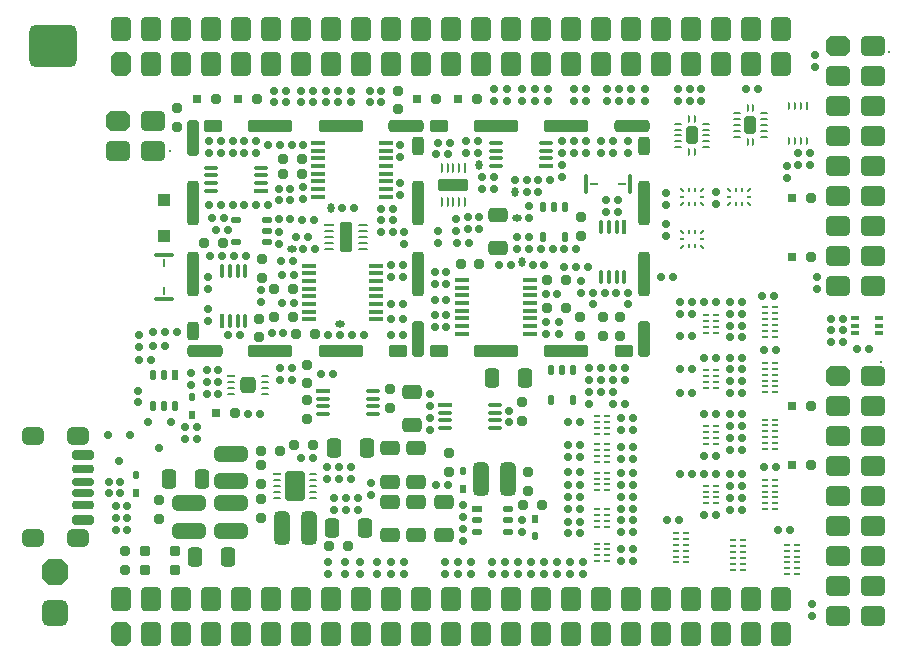
<source format=gbr>
%TF.GenerationSoftware,Altium Limited,Altium Designer,22.7.1 (60)*%
G04 Layer_Color=255*
%FSLAX45Y45*%
%MOMM*%
%TF.SameCoordinates,2D3331B9-BAF7-4184-A00F-DBC0A2210F31*%
%TF.FilePolarity,Positive*%
%TF.FileFunction,Pads,Top*%
%TF.Part,Single*%
G01*
G75*
%TA.AperFunction,SMDPad,CuDef*%
%ADD10R,0.58000X0.22000*%
G04:AMPARAMS|DCode=11|XSize=0.22mm|YSize=0.58mm|CornerRadius=0.055mm|HoleSize=0mm|Usage=FLASHONLY|Rotation=90.000|XOffset=0mm|YOffset=0mm|HoleType=Round|Shape=RoundedRectangle|*
%AMROUNDEDRECTD11*
21,1,0.22000,0.47000,0,0,90.0*
21,1,0.11000,0.58000,0,0,90.0*
1,1,0.11000,0.23500,0.05500*
1,1,0.11000,0.23500,-0.05500*
1,1,0.11000,-0.23500,-0.05500*
1,1,0.11000,-0.23500,0.05500*
%
%ADD11ROUNDEDRECTD11*%
G04:AMPARAMS|DCode=12|XSize=0.54mm|YSize=0.22mm|CornerRadius=0mm|HoleSize=0mm|Usage=FLASHONLY|Rotation=135.000|XOffset=0mm|YOffset=0mm|HoleType=Round|Shape=Round|*
%AMOVALD12*
21,1,0.32000,0.22000,0.00000,0.00000,135.0*
1,1,0.22000,0.11314,-0.11314*
1,1,0.22000,-0.11314,0.11314*
%
%ADD12OVALD12*%

%ADD13O,0.22000X0.45000*%
G04:AMPARAMS|DCode=14|XSize=0.54mm|YSize=0.22mm|CornerRadius=0mm|HoleSize=0mm|Usage=FLASHONLY|Rotation=45.000|XOffset=0mm|YOffset=0mm|HoleType=Round|Shape=Round|*
%AMOVALD14*
21,1,0.32000,0.22000,0.00000,0.00000,45.0*
1,1,0.22000,-0.11314,-0.11314*
1,1,0.22000,0.11314,0.11314*
%
%ADD14OVALD14*%

%ADD15O,0.45000X0.22000*%
G04:AMPARAMS|DCode=16|XSize=0.55mm|YSize=0.8mm|CornerRadius=0.1375mm|HoleSize=0mm|Usage=FLASHONLY|Rotation=0.000|XOffset=0mm|YOffset=0mm|HoleType=Round|Shape=RoundedRectangle|*
%AMROUNDEDRECTD16*
21,1,0.55000,0.52500,0,0,0.0*
21,1,0.27500,0.80000,0,0,0.0*
1,1,0.27500,0.13750,-0.26250*
1,1,0.27500,-0.13750,-0.26250*
1,1,0.27500,-0.13750,0.26250*
1,1,0.27500,0.13750,0.26250*
%
%ADD16ROUNDEDRECTD16*%
G04:AMPARAMS|DCode=17|XSize=0.23mm|YSize=0.67mm|CornerRadius=0.0575mm|HoleSize=0mm|Usage=FLASHONLY|Rotation=90.000|XOffset=0mm|YOffset=0mm|HoleType=Round|Shape=RoundedRectangle|*
%AMROUNDEDRECTD17*
21,1,0.23000,0.55500,0,0,90.0*
21,1,0.11500,0.67000,0,0,90.0*
1,1,0.11500,0.27750,0.05750*
1,1,0.11500,0.27750,-0.05750*
1,1,0.11500,-0.27750,-0.05750*
1,1,0.11500,-0.27750,0.05750*
%
%ADD17ROUNDEDRECTD17*%
G04:AMPARAMS|DCode=18|XSize=0.23mm|YSize=0.67mm|CornerRadius=0.0575mm|HoleSize=0mm|Usage=FLASHONLY|Rotation=0.000|XOffset=0mm|YOffset=0mm|HoleType=Round|Shape=RoundedRectangle|*
%AMROUNDEDRECTD18*
21,1,0.23000,0.55500,0,0,0.0*
21,1,0.11500,0.67000,0,0,0.0*
1,1,0.11500,0.05750,-0.27750*
1,1,0.11500,-0.05750,-0.27750*
1,1,0.11500,-0.05750,0.27750*
1,1,0.11500,0.05750,0.27750*
%
%ADD18ROUNDEDRECTD18*%
G04:AMPARAMS|DCode=19|XSize=1mm|YSize=1.5mm|CornerRadius=0.25mm|HoleSize=0mm|Usage=FLASHONLY|Rotation=0.000|XOffset=0mm|YOffset=0mm|HoleType=Round|Shape=RoundedRectangle|*
%AMROUNDEDRECTD19*
21,1,1.00000,1.00000,0,0,0.0*
21,1,0.50000,1.50000,0,0,0.0*
1,1,0.50000,0.25000,-0.50000*
1,1,0.50000,-0.25000,-0.50000*
1,1,0.50000,-0.25000,0.50000*
1,1,0.50000,0.25000,0.50000*
%
%ADD19ROUNDEDRECTD19*%
G04:AMPARAMS|DCode=20|XSize=0.23mm|YSize=0.7mm|CornerRadius=0.0575mm|HoleSize=0mm|Usage=FLASHONLY|Rotation=90.000|XOffset=0mm|YOffset=0mm|HoleType=Round|Shape=RoundedRectangle|*
%AMROUNDEDRECTD20*
21,1,0.23000,0.58500,0,0,90.0*
21,1,0.11500,0.70000,0,0,90.0*
1,1,0.11500,0.29250,0.05750*
1,1,0.11500,0.29250,-0.05750*
1,1,0.11500,-0.29250,-0.05750*
1,1,0.11500,-0.29250,0.05750*
%
%ADD20ROUNDEDRECTD20*%
G04:AMPARAMS|DCode=21|XSize=2.5mm|YSize=1.65mm|CornerRadius=0.165mm|HoleSize=0mm|Usage=FLASHONLY|Rotation=90.000|XOffset=0mm|YOffset=0mm|HoleType=Round|Shape=RoundedRectangle|*
%AMROUNDEDRECTD21*
21,1,2.50000,1.32000,0,0,90.0*
21,1,2.17000,1.65000,0,0,90.0*
1,1,0.33000,0.66000,1.08500*
1,1,0.33000,0.66000,-1.08500*
1,1,0.33000,-0.66000,-1.08500*
1,1,0.33000,-0.66000,1.08500*
%
%ADD21ROUNDEDRECTD21*%
%ADD22R,0.70000X0.23000*%
G04:AMPARAMS|DCode=23|XSize=0.35mm|YSize=1.15mm|CornerRadius=0.0875mm|HoleSize=0mm|Usage=FLASHONLY|Rotation=90.000|XOffset=0mm|YOffset=0mm|HoleType=Round|Shape=RoundedRectangle|*
%AMROUNDEDRECTD23*
21,1,0.35000,0.97500,0,0,90.0*
21,1,0.17500,1.15000,0,0,90.0*
1,1,0.17500,0.48750,0.08750*
1,1,0.17500,0.48750,-0.08750*
1,1,0.17500,-0.48750,-0.08750*
1,1,0.17500,-0.48750,0.08750*
%
%ADD23ROUNDEDRECTD23*%
%ADD24R,1.15000X0.35000*%
%ADD25R,0.90000X0.55000*%
G04:AMPARAMS|DCode=26|XSize=0.55mm|YSize=0.9mm|CornerRadius=0.1375mm|HoleSize=0mm|Usage=FLASHONLY|Rotation=90.000|XOffset=0mm|YOffset=0mm|HoleType=Round|Shape=RoundedRectangle|*
%AMROUNDEDRECTD26*
21,1,0.55000,0.62500,0,0,90.0*
21,1,0.27500,0.90000,0,0,90.0*
1,1,0.27500,0.31250,0.13750*
1,1,0.27500,0.31250,-0.13750*
1,1,0.27500,-0.31250,-0.13750*
1,1,0.27500,-0.31250,0.13750*
%
%ADD26ROUNDEDRECTD26*%
%ADD27R,0.55000X0.90000*%
G04:AMPARAMS|DCode=28|XSize=0.55mm|YSize=0.9mm|CornerRadius=0.1375mm|HoleSize=0mm|Usage=FLASHONLY|Rotation=0.000|XOffset=0mm|YOffset=0mm|HoleType=Round|Shape=RoundedRectangle|*
%AMROUNDEDRECTD28*
21,1,0.55000,0.62500,0,0,0.0*
21,1,0.27500,0.90000,0,0,0.0*
1,1,0.27500,0.13750,-0.31250*
1,1,0.27500,-0.13750,-0.31250*
1,1,0.27500,-0.13750,0.31250*
1,1,0.27500,0.13750,0.31250*
%
%ADD28ROUNDEDRECTD28*%
G04:AMPARAMS|DCode=29|XSize=1.4mm|YSize=1.3mm|CornerRadius=0.325mm|HoleSize=0mm|Usage=FLASHONLY|Rotation=90.000|XOffset=0mm|YOffset=0mm|HoleType=Round|Shape=RoundedRectangle|*
%AMROUNDEDRECTD29*
21,1,1.40000,0.65000,0,0,90.0*
21,1,0.75000,1.30000,0,0,90.0*
1,1,0.65000,0.32500,0.37500*
1,1,0.65000,0.32500,-0.37500*
1,1,0.65000,-0.32500,-0.37500*
1,1,0.65000,-0.32500,0.37500*
%
%ADD29ROUNDEDRECTD29*%
G04:AMPARAMS|DCode=30|XSize=0.33mm|YSize=0.7mm|CornerRadius=0.0825mm|HoleSize=0mm|Usage=FLASHONLY|Rotation=270.000|XOffset=0mm|YOffset=0mm|HoleType=Round|Shape=RoundedRectangle|*
%AMROUNDEDRECTD30*
21,1,0.33000,0.53500,0,0,270.0*
21,1,0.16500,0.70000,0,0,270.0*
1,1,0.16500,-0.26750,-0.08250*
1,1,0.16500,-0.26750,0.08250*
1,1,0.16500,0.26750,0.08250*
1,1,0.16500,0.26750,-0.08250*
%
%ADD30ROUNDEDRECTD30*%
%ADD31R,0.70000X0.33000*%
%ADD32R,0.25000X0.70000*%
G04:AMPARAMS|DCode=33|XSize=0.25mm|YSize=0.7mm|CornerRadius=0.0625mm|HoleSize=0mm|Usage=FLASHONLY|Rotation=0.000|XOffset=0mm|YOffset=0mm|HoleType=Round|Shape=RoundedRectangle|*
%AMROUNDEDRECTD33*
21,1,0.25000,0.57500,0,0,0.0*
21,1,0.12500,0.70000,0,0,0.0*
1,1,0.12500,0.06250,-0.28750*
1,1,0.12500,-0.06250,-0.28750*
1,1,0.12500,-0.06250,0.28750*
1,1,0.12500,0.06250,0.28750*
%
%ADD33ROUNDEDRECTD33*%
G04:AMPARAMS|DCode=34|XSize=0.55mm|YSize=0.8mm|CornerRadius=0.1375mm|HoleSize=0mm|Usage=FLASHONLY|Rotation=270.000|XOffset=0mm|YOffset=0mm|HoleType=Round|Shape=RoundedRectangle|*
%AMROUNDEDRECTD34*
21,1,0.55000,0.52500,0,0,270.0*
21,1,0.27500,0.80000,0,0,270.0*
1,1,0.27500,-0.26250,-0.13750*
1,1,0.27500,-0.26250,0.13750*
1,1,0.27500,0.26250,0.13750*
1,1,0.27500,0.26250,-0.13750*
%
%ADD34ROUNDEDRECTD34*%
G04:AMPARAMS|DCode=35|XSize=0.35mm|YSize=1.2mm|CornerRadius=0.0875mm|HoleSize=0mm|Usage=FLASHONLY|Rotation=90.000|XOffset=0mm|YOffset=0mm|HoleType=Round|Shape=RoundedRectangle|*
%AMROUNDEDRECTD35*
21,1,0.35000,1.02500,0,0,90.0*
21,1,0.17500,1.20000,0,0,90.0*
1,1,0.17500,0.51250,0.08750*
1,1,0.17500,0.51250,-0.08750*
1,1,0.17500,-0.51250,-0.08750*
1,1,0.17500,-0.51250,0.08750*
%
%ADD35ROUNDEDRECTD35*%
%ADD36R,1.20000X0.35000*%
%ADD37R,0.85000X0.23000*%
G04:AMPARAMS|DCode=38|XSize=0.23mm|YSize=0.85mm|CornerRadius=0.0575mm|HoleSize=0mm|Usage=FLASHONLY|Rotation=90.000|XOffset=0mm|YOffset=0mm|HoleType=Round|Shape=RoundedRectangle|*
%AMROUNDEDRECTD38*
21,1,0.23000,0.73500,0,0,90.0*
21,1,0.11500,0.85000,0,0,90.0*
1,1,0.11500,0.36750,0.05750*
1,1,0.11500,0.36750,-0.05750*
1,1,0.11500,-0.36750,-0.05750*
1,1,0.11500,-0.36750,0.05750*
%
%ADD38ROUNDEDRECTD38*%
G04:AMPARAMS|DCode=39|XSize=2.55mm|YSize=1.1mm|CornerRadius=0.275mm|HoleSize=0mm|Usage=FLASHONLY|Rotation=90.000|XOffset=0mm|YOffset=0mm|HoleType=Round|Shape=RoundedRectangle|*
%AMROUNDEDRECTD39*
21,1,2.55000,0.55000,0,0,90.0*
21,1,2.00000,1.10000,0,0,90.0*
1,1,0.55000,0.27500,1.00000*
1,1,0.55000,0.27500,-1.00000*
1,1,0.55000,-0.27500,-1.00000*
1,1,0.55000,-0.27500,1.00000*
%
%ADD39ROUNDEDRECTD39*%
G04:AMPARAMS|DCode=40|XSize=0.35mm|YSize=1.15mm|CornerRadius=0.0875mm|HoleSize=0mm|Usage=FLASHONLY|Rotation=180.000|XOffset=0mm|YOffset=0mm|HoleType=Round|Shape=RoundedRectangle|*
%AMROUNDEDRECTD40*
21,1,0.35000,0.97500,0,0,180.0*
21,1,0.17500,1.15000,0,0,180.0*
1,1,0.17500,-0.08750,0.48750*
1,1,0.17500,0.08750,0.48750*
1,1,0.17500,0.08750,-0.48750*
1,1,0.17500,-0.08750,-0.48750*
%
%ADD40ROUNDEDRECTD40*%
%ADD41R,0.35000X1.15000*%
%ADD42R,0.23000X0.85000*%
G04:AMPARAMS|DCode=43|XSize=0.23mm|YSize=0.85mm|CornerRadius=0.0575mm|HoleSize=0mm|Usage=FLASHONLY|Rotation=0.000|XOffset=0mm|YOffset=0mm|HoleType=Round|Shape=RoundedRectangle|*
%AMROUNDEDRECTD43*
21,1,0.23000,0.73500,0,0,0.0*
21,1,0.11500,0.85000,0,0,0.0*
1,1,0.11500,0.05750,-0.36750*
1,1,0.11500,-0.05750,-0.36750*
1,1,0.11500,-0.05750,0.36750*
1,1,0.11500,0.05750,0.36750*
%
%ADD43ROUNDEDRECTD43*%
G04:AMPARAMS|DCode=44|XSize=2.55mm|YSize=1.1mm|CornerRadius=0.275mm|HoleSize=0mm|Usage=FLASHONLY|Rotation=0.000|XOffset=0mm|YOffset=0mm|HoleType=Round|Shape=RoundedRectangle|*
%AMROUNDEDRECTD44*
21,1,2.55000,0.55000,0,0,0.0*
21,1,2.00000,1.10000,0,0,0.0*
1,1,0.55000,1.00000,-0.27500*
1,1,0.55000,-1.00000,-0.27500*
1,1,0.55000,-1.00000,0.27500*
1,1,0.55000,1.00000,0.27500*
%
%ADD44ROUNDEDRECTD44*%
%ADD45O,0.80000X0.60000*%
%ADD46O,0.60000X0.80000*%
G04:AMPARAMS|DCode=47|XSize=0.6mm|YSize=0.7mm|CornerRadius=0.15mm|HoleSize=0mm|Usage=FLASHONLY|Rotation=0.000|XOffset=0mm|YOffset=0mm|HoleType=Round|Shape=RoundedRectangle|*
%AMROUNDEDRECTD47*
21,1,0.60000,0.40000,0,0,0.0*
21,1,0.30000,0.70000,0,0,0.0*
1,1,0.30000,0.15000,-0.20000*
1,1,0.30000,-0.15000,-0.20000*
1,1,0.30000,-0.15000,0.20000*
1,1,0.30000,0.15000,0.20000*
%
%ADD47ROUNDEDRECTD47*%
G04:AMPARAMS|DCode=48|XSize=0.6mm|YSize=0.6mm|CornerRadius=0.15mm|HoleSize=0mm|Usage=FLASHONLY|Rotation=270.000|XOffset=0mm|YOffset=0mm|HoleType=Round|Shape=RoundedRectangle|*
%AMROUNDEDRECTD48*
21,1,0.60000,0.30000,0,0,270.0*
21,1,0.30000,0.60000,0,0,270.0*
1,1,0.30000,-0.15000,-0.15000*
1,1,0.30000,-0.15000,0.15000*
1,1,0.30000,0.15000,0.15000*
1,1,0.30000,0.15000,-0.15000*
%
%ADD48ROUNDEDRECTD48*%
G04:AMPARAMS|DCode=49|XSize=0.6mm|YSize=0.6mm|CornerRadius=0.15mm|HoleSize=0mm|Usage=FLASHONLY|Rotation=0.000|XOffset=0mm|YOffset=0mm|HoleType=Round|Shape=RoundedRectangle|*
%AMROUNDEDRECTD49*
21,1,0.60000,0.30000,0,0,0.0*
21,1,0.30000,0.60000,0,0,0.0*
1,1,0.30000,0.15000,-0.15000*
1,1,0.30000,-0.15000,-0.15000*
1,1,0.30000,-0.15000,0.15000*
1,1,0.30000,0.15000,0.15000*
%
%ADD49ROUNDEDRECTD49*%
%ADD50R,0.24000X0.70000*%
%ADD51O,1.70000X0.30000*%
%ADD52R,0.70000X0.24000*%
%ADD53O,0.30000X1.70000*%
G04:AMPARAMS|DCode=54|XSize=1.8mm|YSize=0.63mm|CornerRadius=0.1575mm|HoleSize=0mm|Usage=FLASHONLY|Rotation=180.000|XOffset=0mm|YOffset=0mm|HoleType=Round|Shape=RoundedRectangle|*
%AMROUNDEDRECTD54*
21,1,1.80000,0.31500,0,0,180.0*
21,1,1.48500,0.63000,0,0,180.0*
1,1,0.31500,-0.74250,0.15750*
1,1,0.31500,0.74250,0.15750*
1,1,0.31500,0.74250,-0.15750*
1,1,0.31500,-0.74250,-0.15750*
%
%ADD54ROUNDEDRECTD54*%
G04:AMPARAMS|DCode=55|XSize=1.8mm|YSize=0.72mm|CornerRadius=0.18mm|HoleSize=0mm|Usage=FLASHONLY|Rotation=180.000|XOffset=0mm|YOffset=0mm|HoleType=Round|Shape=RoundedRectangle|*
%AMROUNDEDRECTD55*
21,1,1.80000,0.36000,0,0,180.0*
21,1,1.44000,0.72000,0,0,180.0*
1,1,0.36000,-0.72000,0.18000*
1,1,0.36000,0.72000,0.18000*
1,1,0.36000,0.72000,-0.18000*
1,1,0.36000,-0.72000,-0.18000*
%
%ADD55ROUNDEDRECTD55*%
G04:AMPARAMS|DCode=56|XSize=1.8mm|YSize=0.8mm|CornerRadius=0.2mm|HoleSize=0mm|Usage=FLASHONLY|Rotation=180.000|XOffset=0mm|YOffset=0mm|HoleType=Round|Shape=RoundedRectangle|*
%AMROUNDEDRECTD56*
21,1,1.80000,0.40000,0,0,180.0*
21,1,1.40000,0.80000,0,0,180.0*
1,1,0.40000,-0.70000,0.20000*
1,1,0.40000,0.70000,0.20000*
1,1,0.40000,0.70000,-0.20000*
1,1,0.40000,-0.70000,-0.20000*
%
%ADD56ROUNDEDRECTD56*%
%TA.AperFunction,SMDPad,SMDef*%
%ADD57C,0.30000*%
%TA.AperFunction,SMDPad,CuDef*%
G04:AMPARAMS|DCode=58|XSize=3mm|YSize=1mm|CornerRadius=0.25mm|HoleSize=0mm|Usage=FLASHONLY|Rotation=90.000|XOffset=0mm|YOffset=0mm|HoleType=Round|Shape=RoundedRectangle|*
%AMROUNDEDRECTD58*
21,1,3.00000,0.50000,0,0,90.0*
21,1,2.50000,1.00000,0,0,90.0*
1,1,0.50000,0.25000,1.25000*
1,1,0.50000,0.25000,-1.25000*
1,1,0.50000,-0.25000,-1.25000*
1,1,0.50000,-0.25000,1.25000*
%
%ADD58ROUNDEDRECTD58*%
%TA.AperFunction,SMDPad,SMDef*%
G04:AMPARAMS|DCode=59|XSize=3.8mm|YSize=1mm|CornerRadius=0.25mm|HoleSize=0mm|Usage=FLASHONLY|Rotation=90.000|XOffset=0mm|YOffset=0mm|HoleType=Round|Shape=RoundedRectangle|*
%AMROUNDEDRECTD59*
21,1,3.80000,0.50000,0,0,90.0*
21,1,3.30000,1.00000,0,0,90.0*
1,1,0.50000,0.25000,1.65000*
1,1,0.50000,0.25000,-1.65000*
1,1,0.50000,-0.25000,-1.65000*
1,1,0.50000,-0.25000,1.65000*
%
%ADD59ROUNDEDRECTD59*%
%TA.AperFunction,SMDPad,CuDef*%
G04:AMPARAMS|DCode=60|XSize=1.6mm|YSize=1mm|CornerRadius=0.25mm|HoleSize=0mm|Usage=FLASHONLY|Rotation=180.000|XOffset=0mm|YOffset=0mm|HoleType=Round|Shape=RoundedRectangle|*
%AMROUNDEDRECTD60*
21,1,1.60000,0.50000,0,0,180.0*
21,1,1.10000,1.00000,0,0,180.0*
1,1,0.50000,-0.55000,0.25000*
1,1,0.50000,0.55000,0.25000*
1,1,0.50000,0.55000,-0.25000*
1,1,0.50000,-0.55000,-0.25000*
%
%ADD60ROUNDEDRECTD60*%
G04:AMPARAMS|DCode=61|XSize=3mm|YSize=1mm|CornerRadius=0.25mm|HoleSize=0mm|Usage=FLASHONLY|Rotation=0.000|XOffset=0mm|YOffset=0mm|HoleType=Round|Shape=RoundedRectangle|*
%AMROUNDEDRECTD61*
21,1,3.00000,0.50000,0,0,0.0*
21,1,2.50000,1.00000,0,0,0.0*
1,1,0.50000,1.25000,-0.25000*
1,1,0.50000,-1.25000,-0.25000*
1,1,0.50000,-1.25000,0.25000*
1,1,0.50000,1.25000,0.25000*
%
%ADD61ROUNDEDRECTD61*%
%TA.AperFunction,SMDPad,SMDef*%
G04:AMPARAMS|DCode=62|XSize=3.8mm|YSize=1mm|CornerRadius=0.25mm|HoleSize=0mm|Usage=FLASHONLY|Rotation=0.000|XOffset=0mm|YOffset=0mm|HoleType=Round|Shape=RoundedRectangle|*
%AMROUNDEDRECTD62*
21,1,3.80000,0.50000,0,0,0.0*
21,1,3.30000,1.00000,0,0,0.0*
1,1,0.50000,1.65000,-0.25000*
1,1,0.50000,-1.65000,-0.25000*
1,1,0.50000,-1.65000,0.25000*
1,1,0.50000,1.65000,0.25000*
%
%ADD62ROUNDEDRECTD62*%
%TA.AperFunction,SMDPad,CuDef*%
G04:AMPARAMS|DCode=63|XSize=1.6mm|YSize=1mm|CornerRadius=0.25mm|HoleSize=0mm|Usage=FLASHONLY|Rotation=90.000|XOffset=0mm|YOffset=0mm|HoleType=Round|Shape=RoundedRectangle|*
%AMROUNDEDRECTD63*
21,1,1.60000,0.50000,0,0,90.0*
21,1,1.10000,1.00000,0,0,90.0*
1,1,0.50000,0.25000,0.55000*
1,1,0.50000,0.25000,-0.55000*
1,1,0.50000,-0.25000,-0.55000*
1,1,0.50000,-0.25000,0.55000*
%
%ADD63ROUNDEDRECTD63*%
G04:AMPARAMS|DCode=64|XSize=2.8mm|YSize=1.3mm|CornerRadius=0.325mm|HoleSize=0mm|Usage=FLASHONLY|Rotation=90.000|XOffset=0mm|YOffset=0mm|HoleType=Round|Shape=RoundedRectangle|*
%AMROUNDEDRECTD64*
21,1,2.80000,0.65000,0,0,90.0*
21,1,2.15000,1.30000,0,0,90.0*
1,1,0.65000,0.32500,1.07500*
1,1,0.65000,0.32500,-1.07500*
1,1,0.65000,-0.32500,-1.07500*
1,1,0.65000,-0.32500,1.07500*
%
%ADD64ROUNDEDRECTD64*%
G04:AMPARAMS|DCode=65|XSize=2.8mm|YSize=1.3mm|CornerRadius=0.325mm|HoleSize=0mm|Usage=FLASHONLY|Rotation=0.000|XOffset=0mm|YOffset=0mm|HoleType=Round|Shape=RoundedRectangle|*
%AMROUNDEDRECTD65*
21,1,2.80000,0.65000,0,0,0.0*
21,1,2.15000,1.30000,0,0,0.0*
1,1,0.65000,1.07500,-0.32500*
1,1,0.65000,-1.07500,-0.32500*
1,1,0.65000,-1.07500,0.32500*
1,1,0.65000,1.07500,0.32500*
%
%ADD65ROUNDEDRECTD65*%
G04:AMPARAMS|DCode=66|XSize=0.9mm|YSize=0.8mm|CornerRadius=0.2mm|HoleSize=0mm|Usage=FLASHONLY|Rotation=0.000|XOffset=0mm|YOffset=0mm|HoleType=Round|Shape=RoundedRectangle|*
%AMROUNDEDRECTD66*
21,1,0.90000,0.40000,0,0,0.0*
21,1,0.50000,0.80000,0,0,0.0*
1,1,0.40000,0.25000,-0.20000*
1,1,0.40000,-0.25000,-0.20000*
1,1,0.40000,-0.25000,0.20000*
1,1,0.40000,0.25000,0.20000*
%
%ADD66ROUNDEDRECTD66*%
G04:AMPARAMS|DCode=67|XSize=0.8mm|YSize=0.8mm|CornerRadius=0.2mm|HoleSize=0mm|Usage=FLASHONLY|Rotation=90.000|XOffset=0mm|YOffset=0mm|HoleType=Round|Shape=RoundedRectangle|*
%AMROUNDEDRECTD67*
21,1,0.80000,0.40000,0,0,90.0*
21,1,0.40000,0.80000,0,0,90.0*
1,1,0.40000,0.20000,0.20000*
1,1,0.40000,0.20000,-0.20000*
1,1,0.40000,-0.20000,-0.20000*
1,1,0.40000,-0.20000,0.20000*
%
%ADD67ROUNDEDRECTD67*%
%ADD68R,0.80000X0.80000*%
G04:AMPARAMS|DCode=69|XSize=0.5mm|YSize=0.7mm|CornerRadius=0.125mm|HoleSize=0mm|Usage=FLASHONLY|Rotation=180.000|XOffset=0mm|YOffset=0mm|HoleType=Round|Shape=RoundedRectangle|*
%AMROUNDEDRECTD69*
21,1,0.50000,0.45000,0,0,180.0*
21,1,0.25000,0.70000,0,0,180.0*
1,1,0.25000,-0.12500,0.22500*
1,1,0.25000,0.12500,0.22500*
1,1,0.25000,0.12500,-0.22500*
1,1,0.25000,-0.12500,-0.22500*
%
%ADD69ROUNDEDRECTD69*%
%ADD70R,0.50000X0.70000*%
G04:AMPARAMS|DCode=71|XSize=1.1mm|YSize=1.1mm|CornerRadius=0.275mm|HoleSize=0mm|Usage=FLASHONLY|Rotation=180.000|XOffset=0mm|YOffset=0mm|HoleType=Round|Shape=RoundedRectangle|*
%AMROUNDEDRECTD71*
21,1,1.10000,0.55000,0,0,180.0*
21,1,0.55000,1.10000,0,0,180.0*
1,1,0.55000,-0.27500,0.27500*
1,1,0.55000,0.27500,0.27500*
1,1,0.55000,0.27500,-0.27500*
1,1,0.55000,-0.27500,-0.27500*
%
%ADD71ROUNDEDRECTD71*%
%ADD72R,1.10000X1.10000*%
G04:AMPARAMS|DCode=73|XSize=0.8mm|YSize=0.8mm|CornerRadius=0.2mm|HoleSize=0mm|Usage=FLASHONLY|Rotation=180.000|XOffset=0mm|YOffset=0mm|HoleType=Round|Shape=RoundedRectangle|*
%AMROUNDEDRECTD73*
21,1,0.80000,0.40000,0,0,180.0*
21,1,0.40000,0.80000,0,0,180.0*
1,1,0.40000,-0.20000,0.20000*
1,1,0.40000,0.20000,0.20000*
1,1,0.40000,0.20000,-0.20000*
1,1,0.40000,-0.20000,-0.20000*
%
%ADD73ROUNDEDRECTD73*%
G04:AMPARAMS|DCode=74|XSize=1.65mm|YSize=1.25mm|CornerRadius=0.3125mm|HoleSize=0mm|Usage=FLASHONLY|Rotation=0.000|XOffset=0mm|YOffset=0mm|HoleType=Round|Shape=RoundedRectangle|*
%AMROUNDEDRECTD74*
21,1,1.65000,0.62500,0,0,0.0*
21,1,1.02500,1.25000,0,0,0.0*
1,1,0.62500,0.51250,-0.31250*
1,1,0.62500,-0.51250,-0.31250*
1,1,0.62500,-0.51250,0.31250*
1,1,0.62500,0.51250,0.31250*
%
%ADD74ROUNDEDRECTD74*%
G04:AMPARAMS|DCode=75|XSize=1.65mm|YSize=1.25mm|CornerRadius=0.3125mm|HoleSize=0mm|Usage=FLASHONLY|Rotation=270.000|XOffset=0mm|YOffset=0mm|HoleType=Round|Shape=RoundedRectangle|*
%AMROUNDEDRECTD75*
21,1,1.65000,0.62500,0,0,270.0*
21,1,1.02500,1.25000,0,0,270.0*
1,1,0.62500,-0.31250,-0.51250*
1,1,0.62500,-0.31250,0.51250*
1,1,0.62500,0.31250,0.51250*
1,1,0.62500,0.31250,-0.51250*
%
%ADD75ROUNDEDRECTD75*%
%TA.AperFunction,ComponentPad*%
G04:AMPARAMS|DCode=95|XSize=1.7mm|YSize=2.1mm|CornerRadius=0mm|HoleSize=0mm|Usage=FLASHONLY|Rotation=270.000|XOffset=0mm|YOffset=0mm|HoleType=Round|Shape=Octagon|*
%AMOCTAGOND95*
4,1,8,1.05000,0.42500,1.05000,-0.42500,0.62500,-0.85000,-0.62500,-0.85000,-1.05000,-0.42500,-1.05000,0.42500,-0.62500,0.85000,0.62500,0.85000,1.05000,0.42500,0.0*
%
%ADD95OCTAGOND95*%

G04:AMPARAMS|DCode=96|XSize=1.7mm|YSize=2.1mm|CornerRadius=0.425mm|HoleSize=0mm|Usage=FLASHONLY|Rotation=270.000|XOffset=0mm|YOffset=0mm|HoleType=Round|Shape=RoundedRectangle|*
%AMROUNDEDRECTD96*
21,1,1.70000,1.25001,0,0,270.0*
21,1,0.85000,2.10000,0,0,270.0*
1,1,0.85000,-0.62500,-0.42500*
1,1,0.85000,-0.62500,0.42500*
1,1,0.85000,0.62500,0.42500*
1,1,0.85000,0.62500,-0.42500*
%
%ADD96ROUNDEDRECTD96*%
G04:AMPARAMS|DCode=97|XSize=1.7mm|YSize=2.1mm|CornerRadius=0mm|HoleSize=0mm|Usage=FLASHONLY|Rotation=0.000|XOffset=0mm|YOffset=0mm|HoleType=Round|Shape=Octagon|*
%AMOCTAGOND97*
4,1,8,-0.42500,1.05000,0.42500,1.05000,0.85000,0.62500,0.85000,-0.62500,0.42500,-1.05000,-0.42500,-1.05000,-0.85000,-0.62500,-0.85000,0.62500,-0.42500,1.05000,0.0*
%
%ADD97OCTAGOND97*%

G04:AMPARAMS|DCode=98|XSize=1.7mm|YSize=2.1mm|CornerRadius=0.425mm|HoleSize=0mm|Usage=FLASHONLY|Rotation=0.000|XOffset=0mm|YOffset=0mm|HoleType=Round|Shape=RoundedRectangle|*
%AMROUNDEDRECTD98*
21,1,1.70000,1.25001,0,0,0.0*
21,1,0.85000,2.10000,0,0,0.0*
1,1,0.85000,0.42500,-0.62500*
1,1,0.85000,-0.42500,-0.62500*
1,1,0.85000,-0.42500,0.62500*
1,1,0.85000,0.42500,0.62500*
%
%ADD98ROUNDEDRECTD98*%
G04:AMPARAMS|DCode=99|XSize=1.8mm|YSize=1.45mm|CornerRadius=0.3625mm|HoleSize=0mm|Usage=FLASHONLY|Rotation=180.000|XOffset=0mm|YOffset=0mm|HoleType=Round|Shape=RoundedRectangle|*
%AMROUNDEDRECTD99*
21,1,1.80000,0.72500,0,0,180.0*
21,1,1.07500,1.45000,0,0,180.0*
1,1,0.72500,-0.53750,0.36250*
1,1,0.72500,0.53750,0.36250*
1,1,0.72500,0.53750,-0.36250*
1,1,0.72500,-0.53750,-0.36250*
%
%ADD99ROUNDEDRECTD99*%
G04:AMPARAMS|DCode=100|XSize=4mm|YSize=3.6mm|CornerRadius=0.54mm|HoleSize=0mm|Usage=FLASHONLY|Rotation=0.000|XOffset=0mm|YOffset=0mm|HoleType=Round|Shape=RoundedRectangle|*
%AMROUNDEDRECTD100*
21,1,4.00000,2.52000,0,0,0.0*
21,1,2.92000,3.60000,0,0,0.0*
1,1,1.08000,1.46000,-1.26000*
1,1,1.08000,-1.46000,-1.26000*
1,1,1.08000,-1.46000,1.26000*
1,1,1.08000,1.46000,1.26000*
%
%ADD100ROUNDEDRECTD100*%
G04:AMPARAMS|DCode=101|XSize=2.2mm|YSize=2.2mm|CornerRadius=0mm|HoleSize=0mm|Usage=FLASHONLY|Rotation=270.000|XOffset=0mm|YOffset=0mm|HoleType=Round|Shape=Octagon|*
%AMOCTAGOND101*
4,1,8,-0.55000,-1.10000,0.55000,-1.10000,1.10000,-0.55000,1.10000,0.55000,0.55000,1.10000,-0.55000,1.10000,-1.10000,0.55000,-1.10000,-0.55000,-0.55000,-1.10000,0.0*
%
%ADD101OCTAGOND101*%

G04:AMPARAMS|DCode=102|XSize=2.2mm|YSize=2.2mm|CornerRadius=0.55mm|HoleSize=0mm|Usage=FLASHONLY|Rotation=270.000|XOffset=0mm|YOffset=0mm|HoleType=Round|Shape=RoundedRectangle|*
%AMROUNDEDRECTD102*
21,1,2.20000,1.10000,0,0,270.0*
21,1,1.10000,2.20000,0,0,270.0*
1,1,1.10000,-0.55000,-0.55000*
1,1,1.10000,-0.55000,0.55000*
1,1,1.10000,0.55000,0.55000*
1,1,1.10000,0.55000,-0.55000*
%
%ADD102ROUNDEDRECTD102*%
D10*
X6067000Y935000D02*
D03*
X6987000Y1425000D02*
D03*
Y2405000D02*
D03*
X6067000Y1775000D02*
D03*
Y2015000D02*
D03*
Y1225000D02*
D03*
Y1535000D02*
D03*
X6987000Y1930000D02*
D03*
Y2869975D02*
D03*
X7677000Y925000D02*
D03*
X7487000Y1985000D02*
D03*
X7217000Y965000D02*
D03*
X7487000Y2465000D02*
D03*
X6737000Y1025000D02*
D03*
X7487000Y2935000D02*
D03*
X7487000Y1475000D02*
D03*
D11*
X6067000Y885000D02*
D03*
Y835000D02*
D03*
Y785000D02*
D03*
X6153000Y935000D02*
D03*
Y885000D02*
D03*
Y835000D02*
D03*
Y785000D02*
D03*
X6987000Y1375000D02*
D03*
Y1325000D02*
D03*
Y1275000D02*
D03*
X7073000Y1425000D02*
D03*
Y1375000D02*
D03*
Y1325000D02*
D03*
Y1275000D02*
D03*
X6987000Y2355000D02*
D03*
Y2305000D02*
D03*
Y2255000D02*
D03*
X7073000Y2405000D02*
D03*
Y2355000D02*
D03*
Y2305000D02*
D03*
Y2255000D02*
D03*
X6067000Y1725000D02*
D03*
Y1675000D02*
D03*
Y1625000D02*
D03*
X6153000Y1775000D02*
D03*
Y1725000D02*
D03*
Y1675000D02*
D03*
Y1625000D02*
D03*
X6067000Y1965000D02*
D03*
Y1915000D02*
D03*
Y1865000D02*
D03*
X6153000Y2015000D02*
D03*
Y1965000D02*
D03*
Y1915000D02*
D03*
Y1865000D02*
D03*
X6067000Y1175000D02*
D03*
Y1125000D02*
D03*
Y1075000D02*
D03*
X6153000Y1225000D02*
D03*
Y1175000D02*
D03*
Y1125000D02*
D03*
Y1075000D02*
D03*
X6067000Y1485000D02*
D03*
Y1435000D02*
D03*
Y1385000D02*
D03*
X6153000Y1535000D02*
D03*
Y1485000D02*
D03*
Y1435000D02*
D03*
Y1385000D02*
D03*
X6987000Y1880000D02*
D03*
Y1830000D02*
D03*
Y1780000D02*
D03*
X7073000Y1930000D02*
D03*
Y1880000D02*
D03*
Y1830000D02*
D03*
Y1780000D02*
D03*
X6987000Y2819975D02*
D03*
Y2769975D02*
D03*
Y2719975D02*
D03*
X7073000Y2869975D02*
D03*
Y2819975D02*
D03*
Y2769975D02*
D03*
Y2719975D02*
D03*
X7677000Y875000D02*
D03*
Y825000D02*
D03*
Y775000D02*
D03*
Y725000D02*
D03*
Y675000D02*
D03*
X7763000Y925000D02*
D03*
Y875000D02*
D03*
Y825000D02*
D03*
Y775000D02*
D03*
Y725000D02*
D03*
Y675000D02*
D03*
X7487000Y1935000D02*
D03*
Y1885000D02*
D03*
Y1835000D02*
D03*
Y1785000D02*
D03*
Y1735000D02*
D03*
X7573000Y1985000D02*
D03*
Y1935000D02*
D03*
Y1885000D02*
D03*
Y1835000D02*
D03*
Y1785000D02*
D03*
Y1735000D02*
D03*
X7217000Y915000D02*
D03*
Y865000D02*
D03*
Y815000D02*
D03*
Y765000D02*
D03*
Y715000D02*
D03*
X7303000Y965000D02*
D03*
Y915000D02*
D03*
Y865000D02*
D03*
Y815000D02*
D03*
Y765000D02*
D03*
Y715000D02*
D03*
X7487000Y2415000D02*
D03*
Y2365000D02*
D03*
Y2315000D02*
D03*
Y2265000D02*
D03*
Y2215000D02*
D03*
X7573000Y2465000D02*
D03*
Y2415000D02*
D03*
Y2365000D02*
D03*
Y2315000D02*
D03*
Y2265000D02*
D03*
Y2215000D02*
D03*
X6737000Y975000D02*
D03*
Y925000D02*
D03*
Y875000D02*
D03*
Y825000D02*
D03*
Y775000D02*
D03*
X6823000Y1025000D02*
D03*
Y975000D02*
D03*
Y925000D02*
D03*
Y875000D02*
D03*
Y825000D02*
D03*
Y775000D02*
D03*
X7487000Y2885000D02*
D03*
Y2835000D02*
D03*
Y2785000D02*
D03*
Y2735000D02*
D03*
Y2685000D02*
D03*
X7573000Y2935000D02*
D03*
Y2885000D02*
D03*
Y2835000D02*
D03*
Y2785000D02*
D03*
Y2735000D02*
D03*
Y2685000D02*
D03*
X7487000Y1425000D02*
D03*
Y1375000D02*
D03*
Y1325000D02*
D03*
Y1275000D02*
D03*
Y1225000D02*
D03*
X7573000Y1475000D02*
D03*
Y1425000D02*
D03*
Y1375000D02*
D03*
Y1325000D02*
D03*
Y1275000D02*
D03*
Y1225000D02*
D03*
D12*
X6784747Y3930254D02*
D03*
X6955253Y3809747D02*
D03*
X7184747Y3930253D02*
D03*
X7355253Y3809747D02*
D03*
X6784747Y3570253D02*
D03*
X6955253Y3449747D02*
D03*
D13*
X6845000Y3930001D02*
D03*
X6895000D02*
D03*
X6845000Y3810001D02*
D03*
X6895000D02*
D03*
X7245000Y3930000D02*
D03*
X7295000D02*
D03*
X7245000Y3810000D02*
D03*
X7295000D02*
D03*
X6845000Y3570000D02*
D03*
X6895000D02*
D03*
X6845000Y3450000D02*
D03*
X6895000D02*
D03*
D14*
X6955253Y3930254D02*
D03*
X6784747Y3809747D02*
D03*
X7355253Y3930253D02*
D03*
X7184747Y3809747D02*
D03*
X6955253Y3570253D02*
D03*
X6784747Y3449747D02*
D03*
D15*
X6785000Y3870000D02*
D03*
X6955000D02*
D03*
X7185000Y3870000D02*
D03*
X7355000D02*
D03*
X6785000Y3510000D02*
D03*
X6955000D02*
D03*
D16*
X5795000Y3787500D02*
D03*
X5700000D02*
D03*
X5605000D02*
D03*
Y3532500D02*
D03*
X5795000D02*
D03*
X5865000Y2407500D02*
D03*
X5770000D02*
D03*
X5675000D02*
D03*
Y2152500D02*
D03*
X5865000D02*
D03*
D17*
X6752000Y4490000D02*
D03*
Y4290000D02*
D03*
Y4440000D02*
D03*
Y4390000D02*
D03*
Y4340000D02*
D03*
X6988000Y4290000D02*
D03*
Y4340000D02*
D03*
Y4390000D02*
D03*
Y4440000D02*
D03*
Y4490000D02*
D03*
X7246998Y4580001D02*
D03*
Y4380001D02*
D03*
Y4530001D02*
D03*
Y4480001D02*
D03*
Y4430001D02*
D03*
X7482998Y4380001D02*
D03*
Y4430001D02*
D03*
Y4480001D02*
D03*
Y4530001D02*
D03*
Y4580001D02*
D03*
D18*
X6845000Y4247000D02*
D03*
X6895000D02*
D03*
Y4533000D02*
D03*
X6845000D02*
D03*
X7339998Y4337001D02*
D03*
X7389998D02*
D03*
Y4623001D02*
D03*
X7339998D02*
D03*
D19*
X6870000Y4390000D02*
D03*
X7364998Y4480001D02*
D03*
D20*
X3665000Y1320000D02*
D03*
Y1370000D02*
D03*
Y1420000D02*
D03*
Y1470000D02*
D03*
Y1520000D02*
D03*
X3355000Y1320000D02*
D03*
Y1370000D02*
D03*
Y1420000D02*
D03*
Y1470000D02*
D03*
X3254999Y2205000D02*
D03*
Y2255000D02*
D03*
Y2305000D02*
D03*
Y2355000D02*
D03*
X2964999Y2205000D02*
D03*
Y2255000D02*
D03*
Y2305000D02*
D03*
D21*
X3510000Y1420000D02*
D03*
D22*
X3355000Y1520000D02*
D03*
X2964999Y2355000D02*
D03*
D23*
X4172500Y2032500D02*
D03*
Y2097500D02*
D03*
Y2162500D02*
D03*
Y2227500D02*
D03*
X3747500Y2032500D02*
D03*
Y2097500D02*
D03*
Y2162500D02*
D03*
X5202500Y1912500D02*
D03*
Y1977500D02*
D03*
Y2042500D02*
D03*
Y2107500D02*
D03*
X4777500Y1912500D02*
D03*
Y1977500D02*
D03*
Y2042500D02*
D03*
X2797500Y4117500D02*
D03*
Y4052500D02*
D03*
Y3987500D02*
D03*
Y3922500D02*
D03*
X3222500Y4117500D02*
D03*
Y4052500D02*
D03*
Y3987500D02*
D03*
X5207500Y4327500D02*
D03*
Y4262500D02*
D03*
Y4197500D02*
D03*
Y4132500D02*
D03*
X5632500Y4327500D02*
D03*
Y4262500D02*
D03*
Y4197500D02*
D03*
D24*
X3747500Y2227500D02*
D03*
X4777500Y2107500D02*
D03*
X3222500Y3922500D02*
D03*
X5632500Y4132500D02*
D03*
D25*
X5050000Y1225000D02*
D03*
D26*
Y1130000D02*
D03*
Y1035000D02*
D03*
X5310000D02*
D03*
Y1130000D02*
D03*
Y1225000D02*
D03*
D27*
X2495000Y2360000D02*
D03*
D28*
X2400000D02*
D03*
X2305000D02*
D03*
Y2100000D02*
D03*
X2400000D02*
D03*
X2495000D02*
D03*
D29*
X3109999Y2280000D02*
D03*
D30*
X8250265Y2714551D02*
D03*
Y2779551D02*
D03*
Y2844551D02*
D03*
X8450266D02*
D03*
Y2779551D02*
D03*
D31*
Y2714551D02*
D03*
D32*
X7839999Y4640000D02*
D03*
D33*
X7789999D02*
D03*
X7739999D02*
D03*
X7689999D02*
D03*
X7839999Y4340000D02*
D03*
X7789999D02*
D03*
X7739999D02*
D03*
X7689999D02*
D03*
D34*
X3267500Y3485000D02*
D03*
Y3580000D02*
D03*
Y3675000D02*
D03*
X3012500D02*
D03*
Y3485000D02*
D03*
D35*
X4195000Y2832500D02*
D03*
Y2897500D02*
D03*
Y2962500D02*
D03*
Y3027500D02*
D03*
Y3092500D02*
D03*
Y3157500D02*
D03*
Y3222500D02*
D03*
Y3287500D02*
D03*
X3625000Y2832500D02*
D03*
Y2897500D02*
D03*
Y2962500D02*
D03*
Y3027500D02*
D03*
Y3092500D02*
D03*
Y3157500D02*
D03*
Y3222500D02*
D03*
X4275000Y3872500D02*
D03*
Y3937500D02*
D03*
Y4002500D02*
D03*
Y4067500D02*
D03*
Y4132500D02*
D03*
Y4197500D02*
D03*
Y4262500D02*
D03*
Y4327500D02*
D03*
X3705000Y3872500D02*
D03*
Y3937500D02*
D03*
Y4002500D02*
D03*
Y4067500D02*
D03*
Y4132500D02*
D03*
Y4197500D02*
D03*
Y4262500D02*
D03*
X4925000Y3167500D02*
D03*
Y3102500D02*
D03*
Y3037500D02*
D03*
Y2972500D02*
D03*
Y2907500D02*
D03*
Y2842500D02*
D03*
Y2777500D02*
D03*
Y2712500D02*
D03*
X5495000Y3167500D02*
D03*
Y3102500D02*
D03*
Y3037500D02*
D03*
Y2972500D02*
D03*
Y2907500D02*
D03*
Y2842500D02*
D03*
Y2777500D02*
D03*
D36*
X3625000Y3287500D02*
D03*
X3705000Y4327500D02*
D03*
X5495000Y2712500D02*
D03*
D37*
X3795000Y3630000D02*
D03*
D38*
Y3580000D02*
D03*
Y3530000D02*
D03*
Y3480000D02*
D03*
Y3430000D02*
D03*
X4085000Y3630000D02*
D03*
Y3580000D02*
D03*
Y3530000D02*
D03*
Y3480000D02*
D03*
Y3430000D02*
D03*
D39*
X3940000Y3530000D02*
D03*
D40*
X3087500Y3242500D02*
D03*
X3022500D02*
D03*
X2957500D02*
D03*
X2892500D02*
D03*
X3087500Y2817500D02*
D03*
X3022500D02*
D03*
X2957500D02*
D03*
X6102500Y3187500D02*
D03*
X6167500D02*
D03*
X6232500D02*
D03*
X6297500D02*
D03*
X6102500Y3612500D02*
D03*
X6167500D02*
D03*
X6232500D02*
D03*
D41*
X2892500Y2817500D02*
D03*
X6297500Y3612500D02*
D03*
D42*
X4950000Y4115000D02*
D03*
D43*
X4900000D02*
D03*
X4850000D02*
D03*
X4800000D02*
D03*
X4750000D02*
D03*
X4950000Y3825000D02*
D03*
X4900000D02*
D03*
X4850000D02*
D03*
X4800000D02*
D03*
X4750000D02*
D03*
D44*
X4850000Y3970000D02*
D03*
D45*
X3480000Y3430000D02*
D03*
X3890000Y2790000D02*
D03*
X5390000Y3690000D02*
D03*
D46*
X3810000Y3780000D02*
D03*
X5430000Y3320000D02*
D03*
X5070000Y4140000D02*
D03*
X5370000Y3910000D02*
D03*
D47*
X2020000Y1630000D02*
D03*
X1925000Y1850000D02*
D03*
X2115000D02*
D03*
X2360000Y1740000D02*
D03*
X2265000Y1960000D02*
D03*
X2455000D02*
D03*
D48*
X2310000Y2730000D02*
D03*
X2410000D02*
D03*
X2510000D02*
D03*
X5790000Y3280000D02*
D03*
X5890000D02*
D03*
X5990000D02*
D03*
X6200000Y4240000D02*
D03*
X6100000D02*
D03*
X6370000Y1650000D02*
D03*
X6270000D02*
D03*
X6370000Y1430000D02*
D03*
X6270000D02*
D03*
X6370000Y1900000D02*
D03*
X6270000D02*
D03*
X8150000Y2640000D02*
D03*
X8050000D02*
D03*
X8150000Y2740000D02*
D03*
X8050000D02*
D03*
X3780000Y1580000D02*
D03*
X3880000D02*
D03*
Y1480000D02*
D03*
X3780000D02*
D03*
X1930000Y1460000D02*
D03*
X2030000D02*
D03*
X3210000Y2030000D02*
D03*
X3110000D02*
D03*
X2090000Y1150000D02*
D03*
X1990000D02*
D03*
X2190000Y2490000D02*
D03*
X2290000D02*
D03*
X2090000Y1250000D02*
D03*
X1990000D02*
D03*
X2860000Y2400000D02*
D03*
X2760000D02*
D03*
X2860000Y2300000D02*
D03*
X2760000D02*
D03*
Y2200000D02*
D03*
X2860000D02*
D03*
X3380000Y2320000D02*
D03*
X3480000D02*
D03*
X6200000D02*
D03*
X6100000D02*
D03*
X5820000Y1670000D02*
D03*
X5920000D02*
D03*
X6970000Y1180000D02*
D03*
X7070000D02*
D03*
X5820000Y1330000D02*
D03*
X5920000D02*
D03*
X6200000Y2420000D02*
D03*
X6100000D02*
D03*
X6970000Y1680000D02*
D03*
X7070000D02*
D03*
X5920000Y1020000D02*
D03*
X5820000D02*
D03*
X6370000Y1330000D02*
D03*
X6270000D02*
D03*
X5820000Y1430000D02*
D03*
X5920000D02*
D03*
X5820000Y1770000D02*
D03*
X5920000D02*
D03*
X6270000Y2000000D02*
D03*
X6370000D02*
D03*
X6770000Y2210000D02*
D03*
X6870000D02*
D03*
X6770000Y2410000D02*
D03*
X6870000D02*
D03*
X6770000Y2690000D02*
D03*
X6869999D02*
D03*
X6770000Y2880000D02*
D03*
X6869999D02*
D03*
X2940000Y2700000D02*
D03*
X3040000D02*
D03*
X3580000Y3430000D02*
D03*
X3680000D02*
D03*
X3520000Y3530000D02*
D03*
X3620000D02*
D03*
X4420000Y2960000D02*
D03*
X4320000D02*
D03*
X1930000Y1360000D02*
D03*
X2030000D02*
D03*
X3570000Y3670000D02*
D03*
X3670000D02*
D03*
X6710000Y3190000D02*
D03*
X6610000D02*
D03*
X3990000Y2700000D02*
D03*
X4090000D02*
D03*
X2810000Y3690000D02*
D03*
X2910000D02*
D03*
X2980000Y4340000D02*
D03*
X3080000D02*
D03*
X6200000Y4340000D02*
D03*
X6100000D02*
D03*
X3280000Y3800000D02*
D03*
X3180000D02*
D03*
X4320000Y2700000D02*
D03*
X4420000D02*
D03*
X6240000Y3740000D02*
D03*
X6140000D02*
D03*
X4790000Y3000000D02*
D03*
X4690000D02*
D03*
X5520000Y3290000D02*
D03*
X5620000D02*
D03*
X4700000Y4230000D02*
D03*
X4800000D02*
D03*
X4790000Y3130000D02*
D03*
X4690000D02*
D03*
X5060000Y4240000D02*
D03*
X4960000D02*
D03*
X5370000Y4010000D02*
D03*
X5470000D02*
D03*
X5670000D02*
D03*
X5570000D02*
D03*
X2310000Y2610000D02*
D03*
X2410000D02*
D03*
X4010000Y3780000D02*
D03*
X3910000D02*
D03*
X3790000Y2700000D02*
D03*
X3890000D02*
D03*
X5820000Y1120000D02*
D03*
X5920000D02*
D03*
X5820000Y1230000D02*
D03*
X5920000D02*
D03*
X6270000Y1030000D02*
D03*
X6370000D02*
D03*
X6970000Y1520000D02*
D03*
X7069999D02*
D03*
X6200000Y2120000D02*
D03*
X6300000D02*
D03*
X4960000Y4340000D02*
D03*
X5060000D02*
D03*
X6970000Y2510000D02*
D03*
X7070000D02*
D03*
X6370000Y1530000D02*
D03*
X6270000D02*
D03*
X7330000Y4780000D02*
D03*
X7430000D02*
D03*
X7480000Y2570000D02*
D03*
X7580000D02*
D03*
X6660000Y1130000D02*
D03*
X6760000D02*
D03*
X7480000Y1580000D02*
D03*
X7580000D02*
D03*
X7460000Y3030000D02*
D03*
X7560000D02*
D03*
X7600000Y1050000D02*
D03*
X7700000D02*
D03*
X8270000Y2580000D02*
D03*
X8370000D02*
D03*
X3310000Y2720000D02*
D03*
X3410000D02*
D03*
X3560000Y1660000D02*
D03*
X3660000D02*
D03*
X5890000Y3430000D02*
D03*
X5790000D02*
D03*
X6970000Y2980000D02*
D03*
X7069999D02*
D03*
X2790000Y3370000D02*
D03*
X2890000D02*
D03*
X3730000Y2370000D02*
D03*
X3830000D02*
D03*
X4700000Y1430000D02*
D03*
X4800000D02*
D03*
X1990000Y1050000D02*
D03*
X2090000D02*
D03*
X3480000Y2420000D02*
D03*
X3380000D02*
D03*
X6200000Y2220000D02*
D03*
X6100000D02*
D03*
X8050000Y2840000D02*
D03*
X8150000D02*
D03*
X6770000Y2980000D02*
D03*
X6869999D02*
D03*
X6770000Y1520000D02*
D03*
X6870000D02*
D03*
X5820000Y1960000D02*
D03*
X5920000D02*
D03*
X5820000Y1540000D02*
D03*
X5920000D02*
D03*
X6370000Y1750000D02*
D03*
X6270000D02*
D03*
X6970000Y2030000D02*
D03*
X7069999D02*
D03*
X5240000Y3290000D02*
D03*
X5340000D02*
D03*
X3080000Y3800000D02*
D03*
X2980000D02*
D03*
X2780000D02*
D03*
X2880000D02*
D03*
X3390000Y3330000D02*
D03*
X3490000D02*
D03*
X3400000Y3210000D02*
D03*
X3500000D02*
D03*
X4420000Y3190000D02*
D03*
X4320000D02*
D03*
X4420000Y3290000D02*
D03*
X4320000D02*
D03*
X3280000Y4310000D02*
D03*
X3380000D02*
D03*
X3480000D02*
D03*
X3580000D02*
D03*
X4820000Y4330000D02*
D03*
X4720000D02*
D03*
X3090000Y3370000D02*
D03*
X2990000D02*
D03*
X4340000Y3570000D02*
D03*
X4240000D02*
D03*
X3400000Y2970000D02*
D03*
X3500000D02*
D03*
X4340000Y3770000D02*
D03*
X4240000D02*
D03*
X4340000Y3670000D02*
D03*
X4240000D02*
D03*
X3470000Y3680000D02*
D03*
X3370000D02*
D03*
X2840000Y3590000D02*
D03*
X2940000D02*
D03*
X3080000Y4240000D02*
D03*
X2980000D02*
D03*
X4420000Y2840000D02*
D03*
X4320000D02*
D03*
X4690000Y2870000D02*
D03*
X4790000D02*
D03*
X4690000Y2770000D02*
D03*
X4790000D02*
D03*
X6130000Y3060000D02*
D03*
X6230000D02*
D03*
X5090000Y3940000D02*
D03*
X5190000D02*
D03*
X5090000Y4040000D02*
D03*
X5190000D02*
D03*
X4980000Y3480000D02*
D03*
X4880000D02*
D03*
X5730000Y3050000D02*
D03*
X5630000D02*
D03*
X6140000Y3840000D02*
D03*
X6240000D02*
D03*
X5690000Y3430000D02*
D03*
X5590000D02*
D03*
X4690000Y3230000D02*
D03*
X4790000D02*
D03*
X5470000Y3910000D02*
D03*
X5570000D02*
D03*
D49*
X5870000Y4240000D02*
D03*
Y4340000D02*
D03*
X5970000D02*
D03*
Y4240000D02*
D03*
X6470000Y4680000D02*
D03*
Y4780000D02*
D03*
X6350000D02*
D03*
Y4680000D02*
D03*
X6250000D02*
D03*
Y4780000D02*
D03*
X6150000D02*
D03*
Y4680000D02*
D03*
X6270000Y1230000D02*
D03*
Y1130000D02*
D03*
X7190000Y1220000D02*
D03*
Y1320000D02*
D03*
Y2030000D02*
D03*
Y1930000D02*
D03*
X7190000Y2210000D02*
D03*
Y2310000D02*
D03*
Y2510000D02*
D03*
Y2410000D02*
D03*
X7190000Y2680000D02*
D03*
Y2780000D02*
D03*
Y2980000D02*
D03*
Y2880000D02*
D03*
X3980000Y1480000D02*
D03*
Y1580000D02*
D03*
X3940000Y1220000D02*
D03*
Y1320000D02*
D03*
X4930000Y1060000D02*
D03*
Y960000D02*
D03*
Y1260000D02*
D03*
Y1160000D02*
D03*
X3560000Y4770000D02*
D03*
Y4670000D02*
D03*
X2180000Y2130000D02*
D03*
Y2230000D02*
D03*
X2190000Y2600000D02*
D03*
Y2700000D02*
D03*
X2580000Y1920000D02*
D03*
Y1820000D02*
D03*
X5190000Y4780000D02*
D03*
Y4680000D02*
D03*
X3330000Y4770000D02*
D03*
Y4670000D02*
D03*
X5300000Y4780000D02*
D03*
Y4680000D02*
D03*
X3430000Y4770000D02*
D03*
Y4670000D02*
D03*
X4320000Y781000D02*
D03*
Y681000D02*
D03*
X4430000Y781000D02*
D03*
Y681000D02*
D03*
X5970000Y4680000D02*
D03*
Y4780000D02*
D03*
X5870000Y4680000D02*
D03*
Y4780000D02*
D03*
X5950000Y780000D02*
D03*
Y680000D02*
D03*
X5840000Y780000D02*
D03*
Y680000D02*
D03*
X6750000Y4780000D02*
D03*
Y4680000D02*
D03*
X6850000Y4780000D02*
D03*
Y4680000D02*
D03*
X5730000Y780000D02*
D03*
Y680000D02*
D03*
X5620000Y780000D02*
D03*
Y680000D02*
D03*
X5510000D02*
D03*
Y780000D02*
D03*
X5400000D02*
D03*
Y680000D02*
D03*
X5540000Y4680000D02*
D03*
Y4780000D02*
D03*
X5290000Y780000D02*
D03*
Y680000D02*
D03*
X5180000Y780000D02*
D03*
Y680000D02*
D03*
X5430000Y4780000D02*
D03*
Y4680000D02*
D03*
X5000000Y780000D02*
D03*
Y680000D02*
D03*
X5650000Y4680000D02*
D03*
Y4780000D02*
D03*
X4890000Y780000D02*
D03*
Y680000D02*
D03*
X4060000Y780000D02*
D03*
Y680000D02*
D03*
X3930000Y681000D02*
D03*
Y781000D02*
D03*
X4240000Y4670000D02*
D03*
Y4770000D02*
D03*
X4140000D02*
D03*
Y4670000D02*
D03*
X3980000D02*
D03*
Y4770000D02*
D03*
X3870000D02*
D03*
Y4670000D02*
D03*
X3770000D02*
D03*
Y4770000D02*
D03*
X7670000Y4030000D02*
D03*
Y4130000D02*
D03*
X7770000Y4140000D02*
D03*
Y4240000D02*
D03*
X6370000Y890000D02*
D03*
Y790000D02*
D03*
X6270000D02*
D03*
Y890000D02*
D03*
X6370000Y1130000D02*
D03*
Y1230000D02*
D03*
X4200000Y680000D02*
D03*
Y780000D02*
D03*
X3790000Y680000D02*
D03*
Y780000D02*
D03*
X4780000Y680000D02*
D03*
Y780000D02*
D03*
X7290000Y1320000D02*
D03*
Y1220000D02*
D03*
Y1420000D02*
D03*
Y1520000D02*
D03*
X7190000D02*
D03*
Y1420000D02*
D03*
X7290000Y1830000D02*
D03*
Y1730000D02*
D03*
X7190000D02*
D03*
Y1830000D02*
D03*
X7290000Y1930000D02*
D03*
Y2030000D02*
D03*
X7290000Y2310000D02*
D03*
Y2210000D02*
D03*
Y2410000D02*
D03*
Y2510000D02*
D03*
X7290000Y2780000D02*
D03*
Y2680000D02*
D03*
Y2880000D02*
D03*
Y2980000D02*
D03*
X4400000Y3890000D02*
D03*
Y3990000D02*
D03*
X2880000Y4340000D02*
D03*
Y4240000D02*
D03*
X3470000Y3840000D02*
D03*
Y3940000D02*
D03*
X5490000Y3530000D02*
D03*
Y3430000D02*
D03*
Y3690000D02*
D03*
Y3790000D02*
D03*
X4720000Y3480000D02*
D03*
Y3580000D02*
D03*
X5770000Y4340000D02*
D03*
Y4240000D02*
D03*
X6330000D02*
D03*
Y4340000D02*
D03*
X5770000Y4040000D02*
D03*
Y4140000D02*
D03*
X5930000Y3060000D02*
D03*
Y3160000D02*
D03*
X2780000Y4340000D02*
D03*
Y4240000D02*
D03*
X5390000Y3430000D02*
D03*
Y3530000D02*
D03*
X6950000Y4780000D02*
D03*
Y4680000D02*
D03*
X2680000Y1820000D02*
D03*
Y1920000D02*
D03*
X7070000Y3810000D02*
D03*
Y3910000D02*
D03*
X6650000Y3800000D02*
D03*
Y3900000D02*
D03*
X7930000Y3190000D02*
D03*
Y3090000D02*
D03*
X7890000Y420000D02*
D03*
Y320000D02*
D03*
X7910000Y5070000D02*
D03*
Y4970000D02*
D03*
X3840000Y1220000D02*
D03*
Y1320000D02*
D03*
X4040000D02*
D03*
Y1220000D02*
D03*
X4150000Y1450000D02*
D03*
Y1350000D02*
D03*
X4650000Y2200000D02*
D03*
Y2100000D02*
D03*
X5430000Y1030000D02*
D03*
Y1130000D02*
D03*
X5320000Y2060000D02*
D03*
Y1960000D02*
D03*
X4650000Y2000000D02*
D03*
Y1900000D02*
D03*
X3660000Y4670000D02*
D03*
Y4770000D02*
D03*
X2630000Y2380000D02*
D03*
Y2280000D02*
D03*
X6000000Y2120000D02*
D03*
Y2220000D02*
D03*
Y2420000D02*
D03*
Y2320000D02*
D03*
X7870000Y4140000D02*
D03*
Y4240000D02*
D03*
X6650000Y3640000D02*
D03*
Y3540000D02*
D03*
X6300000Y2420000D02*
D03*
Y2320000D02*
D03*
X4400000Y4210000D02*
D03*
Y4310000D02*
D03*
X3220000Y2980000D02*
D03*
Y3080000D02*
D03*
X2769702Y3090546D02*
D03*
Y3190546D02*
D03*
X3370000Y3470000D02*
D03*
Y3570000D02*
D03*
X4430000D02*
D03*
Y3470000D02*
D03*
X2770000Y2820000D02*
D03*
Y2920000D02*
D03*
X3580000Y3850000D02*
D03*
Y3950000D02*
D03*
X3180000Y4240000D02*
D03*
Y4340000D02*
D03*
X3370000Y3940000D02*
D03*
Y3840000D02*
D03*
X5740000Y2710000D02*
D03*
Y2810000D02*
D03*
X5630000Y2710000D02*
D03*
Y2810000D02*
D03*
X6030000Y2960000D02*
D03*
Y3060000D02*
D03*
X6330000Y2960000D02*
D03*
Y3060000D02*
D03*
X4870000Y3580000D02*
D03*
Y3680000D02*
D03*
X5070000Y3600000D02*
D03*
Y3700000D02*
D03*
X4970000Y3600000D02*
D03*
Y3700000D02*
D03*
D50*
X2400000Y3070000D02*
D03*
Y3310000D02*
D03*
D51*
Y3005000D02*
D03*
Y3375000D02*
D03*
D52*
X6280000Y3980000D02*
D03*
X6040000D02*
D03*
D53*
X6345000D02*
D03*
X5975000D02*
D03*
D54*
X1710000Y1460000D02*
D03*
Y1360000D02*
D03*
D55*
Y1258000D02*
D03*
Y1562000D02*
D03*
D56*
Y1135000D02*
D03*
Y1685000D02*
D03*
D57*
X8470000Y2410000D02*
D03*
Y2470000D02*
D03*
X8480000Y5100000D02*
D03*
X8540000D02*
D03*
X2453181Y4259791D02*
D03*
X2393181D02*
D03*
D58*
X2645000Y4370000D02*
D03*
X4550000Y2665000D02*
D03*
X6460000D02*
D03*
D59*
X2645000Y3815000D02*
D03*
Y3220000D02*
D03*
X4550000D02*
D03*
Y3815000D02*
D03*
X6460000Y3220000D02*
D03*
Y3815000D02*
D03*
D60*
X2815000Y4470000D02*
D03*
X4380000Y2565000D02*
D03*
X4725000Y4470000D02*
D03*
X6290000Y2565000D02*
D03*
X4725000D02*
D03*
D61*
X4450000Y4470000D02*
D03*
X2745000Y2565000D02*
D03*
X6360000Y4470000D02*
D03*
D62*
X3895000D02*
D03*
X3300000D02*
D03*
Y2565000D02*
D03*
X3895000D02*
D03*
X5805000Y4470000D02*
D03*
X5210000D02*
D03*
Y2565000D02*
D03*
X5805000D02*
D03*
D63*
X4550000Y4300000D02*
D03*
X2645000Y2735000D02*
D03*
X6460000Y4300000D02*
D03*
D64*
X3629998Y1070001D02*
D03*
X3399998D02*
D03*
X5085000Y1480000D02*
D03*
X5315000D02*
D03*
D65*
X2970000Y1045000D02*
D03*
Y1275000D02*
D03*
X2970000Y1695000D02*
D03*
Y1465000D02*
D03*
X2610000Y1275000D02*
D03*
Y1045000D02*
D03*
D66*
X2490000Y710000D02*
D03*
Y870000D02*
D03*
X2240000D02*
D03*
Y710000D02*
D03*
D67*
X7880000Y1600000D02*
D03*
Y3360000D02*
D03*
X3000000Y2040000D02*
D03*
X5050000Y4700000D02*
D03*
X3190000D02*
D03*
X4700000D02*
D03*
X2840000D02*
D03*
X7880000Y2100000D02*
D03*
Y3860000D02*
D03*
X3220000Y1720000D02*
D03*
X3380000D02*
D03*
X3960000Y910000D02*
D03*
X3800000D02*
D03*
X3500000Y1770000D02*
D03*
X3660000D02*
D03*
X5600000Y1260000D02*
D03*
X5440000D02*
D03*
X2740000Y3480000D02*
D03*
X2900000D02*
D03*
X3330000Y3090000D02*
D03*
X3490000D02*
D03*
X3330000Y2850000D02*
D03*
X3490000D02*
D03*
X3410000Y4190000D02*
D03*
X3570000D02*
D03*
X3410000Y4060000D02*
D03*
X3570000D02*
D03*
X5070000Y3300000D02*
D03*
X4910000D02*
D03*
X3680000Y2710000D02*
D03*
X3520000D02*
D03*
X5800000Y2930000D02*
D03*
X5640000D02*
D03*
X5800000Y3170000D02*
D03*
X5640000D02*
D03*
D68*
X7720000Y1600000D02*
D03*
Y3360000D02*
D03*
X2840000Y2040000D02*
D03*
X4890000Y4700000D02*
D03*
X3030000D02*
D03*
X4540000D02*
D03*
X2680000D02*
D03*
X7720000Y2100000D02*
D03*
Y3860000D02*
D03*
D69*
X2640000Y2175000D02*
D03*
X5540000Y995000D02*
D03*
X4930000Y1545000D02*
D03*
X2160000Y1515000D02*
D03*
D70*
X2640000Y2025000D02*
D03*
X5540000Y1145000D02*
D03*
X4930000Y1395000D02*
D03*
X2160000Y1365000D02*
D03*
D71*
X2400000Y3840000D02*
D03*
D72*
Y3540000D02*
D03*
D73*
X3220000Y1150000D02*
D03*
Y1310000D02*
D03*
X3230000Y3340000D02*
D03*
Y3180000D02*
D03*
X5930000Y3700000D02*
D03*
Y3540000D02*
D03*
X3220000Y1600000D02*
D03*
Y1440000D02*
D03*
X4310000Y2240000D02*
D03*
Y2080000D02*
D03*
X4380000Y4610000D02*
D03*
Y4770000D02*
D03*
X3610000Y2150000D02*
D03*
Y1990000D02*
D03*
X5480000Y1540000D02*
D03*
Y1380000D02*
D03*
X4810000Y1700000D02*
D03*
Y1540000D02*
D03*
X5430000Y2130000D02*
D03*
Y1970000D02*
D03*
X2070000Y710000D02*
D03*
Y870000D02*
D03*
X2360000Y1140000D02*
D03*
Y1300000D02*
D03*
X3200000Y2680000D02*
D03*
Y2840000D02*
D03*
X6260000Y2690000D02*
D03*
Y2850000D02*
D03*
X5920000Y2690000D02*
D03*
Y2850000D02*
D03*
X2510000Y4620000D02*
D03*
Y4460000D02*
D03*
X6120000Y2690000D02*
D03*
Y2850000D02*
D03*
X3610000Y2290000D02*
D03*
Y2450000D02*
D03*
D74*
X4310000Y1460000D02*
D03*
Y1740000D02*
D03*
X4530000Y1290000D02*
D03*
Y1010000D02*
D03*
X4310000Y1290000D02*
D03*
Y1010000D02*
D03*
X4530000Y1460000D02*
D03*
Y1740000D02*
D03*
X5230000Y3720000D02*
D03*
Y3440000D02*
D03*
X4500000Y1940000D02*
D03*
Y2220000D02*
D03*
X4770000Y1290000D02*
D03*
Y1010000D02*
D03*
D75*
X3820000Y1070000D02*
D03*
X4100000D02*
D03*
X3840000Y1740000D02*
D03*
X4120000D02*
D03*
X2720000Y1480000D02*
D03*
X2440000D02*
D03*
X2660000Y820000D02*
D03*
X2940000D02*
D03*
X5460000Y2340000D02*
D03*
X5180000D02*
D03*
D95*
X8108000Y2349500D02*
D03*
Y5143500D02*
D03*
X2012000Y4512400D02*
D03*
D96*
X8108000Y2095500D02*
D03*
Y1841500D02*
D03*
Y1587500D02*
D03*
Y1333500D02*
D03*
Y1079500D02*
D03*
Y825500D02*
D03*
X8402000Y2349500D02*
D03*
Y2095500D02*
D03*
Y1841500D02*
D03*
Y1587500D02*
D03*
Y1333500D02*
D03*
Y1079500D02*
D03*
Y825500D02*
D03*
X8108000Y571500D02*
D03*
Y317500D02*
D03*
X8402000Y571500D02*
D03*
Y317500D02*
D03*
X8108000Y4889500D02*
D03*
Y4635500D02*
D03*
Y4381500D02*
D03*
Y4127500D02*
D03*
Y3873500D02*
D03*
Y3619500D02*
D03*
X8402000Y5143500D02*
D03*
Y4889500D02*
D03*
Y4635500D02*
D03*
Y4381500D02*
D03*
Y4127500D02*
D03*
Y3873500D02*
D03*
Y3619500D02*
D03*
X8108000Y3365500D02*
D03*
Y3111500D02*
D03*
X8402000Y3365500D02*
D03*
Y3111500D02*
D03*
X2306000Y4512400D02*
D03*
Y4258400D02*
D03*
X2012000D02*
D03*
D97*
X2032000Y170500D02*
D03*
Y4996500D02*
D03*
D98*
X2286000Y170500D02*
D03*
X2540000D02*
D03*
X2794000D02*
D03*
X3048000D02*
D03*
X3302000D02*
D03*
X3556000D02*
D03*
X3810000D02*
D03*
X4064000D02*
D03*
X4318000D02*
D03*
X4572000D02*
D03*
X4826000D02*
D03*
X5080000D02*
D03*
X5334000D02*
D03*
X5588000D02*
D03*
X5842000D02*
D03*
X6096000D02*
D03*
X6350000D02*
D03*
X6604000D02*
D03*
X6858000D02*
D03*
X7112000D02*
D03*
X7366000D02*
D03*
X7620000D02*
D03*
X2032000Y464500D02*
D03*
X2286000D02*
D03*
X2540000D02*
D03*
X2794000D02*
D03*
X3048000D02*
D03*
X3302000D02*
D03*
X3556000D02*
D03*
X3810000D02*
D03*
X4064000D02*
D03*
X4318000D02*
D03*
X4572000D02*
D03*
X4826000D02*
D03*
X5080000D02*
D03*
X5334000D02*
D03*
X5588000D02*
D03*
X5842000D02*
D03*
X6096000D02*
D03*
X6350000D02*
D03*
X6604000D02*
D03*
X6858000D02*
D03*
X7112000D02*
D03*
X7366000D02*
D03*
X7620000D02*
D03*
X2286000Y4996500D02*
D03*
X2540000D02*
D03*
X2794000D02*
D03*
X3048000D02*
D03*
X3302000D02*
D03*
X3556000D02*
D03*
X3810000D02*
D03*
X4064000D02*
D03*
X4318000D02*
D03*
X4572000D02*
D03*
X4826000D02*
D03*
X5080000D02*
D03*
X5334000D02*
D03*
X5588000D02*
D03*
X5842000D02*
D03*
X6096000D02*
D03*
X6350000D02*
D03*
X6604000D02*
D03*
X6858000D02*
D03*
X7112000D02*
D03*
X7366000D02*
D03*
X7620000D02*
D03*
X2032000Y5290500D02*
D03*
X2286000D02*
D03*
X2540000D02*
D03*
X2794000D02*
D03*
X3048000D02*
D03*
X3302000D02*
D03*
X3556000D02*
D03*
X3810000D02*
D03*
X4064000D02*
D03*
X4318000D02*
D03*
X4572000D02*
D03*
X4826000D02*
D03*
X5080000D02*
D03*
X5334000D02*
D03*
X5588000D02*
D03*
X5842000D02*
D03*
X6096000D02*
D03*
X6350000D02*
D03*
X6604000D02*
D03*
X6858000D02*
D03*
X7112000D02*
D03*
X7366000D02*
D03*
X7620000D02*
D03*
D99*
X1672000Y978000D02*
D03*
X1292000D02*
D03*
X1672000Y1842000D02*
D03*
X1292000D02*
D03*
D100*
X1460500Y5143500D02*
D03*
D101*
X1480000Y695000D02*
D03*
D102*
Y345000D02*
D03*
%TF.MD5,18d662b57f9882a327bbe53b4c5488dd*%
M02*

</source>
